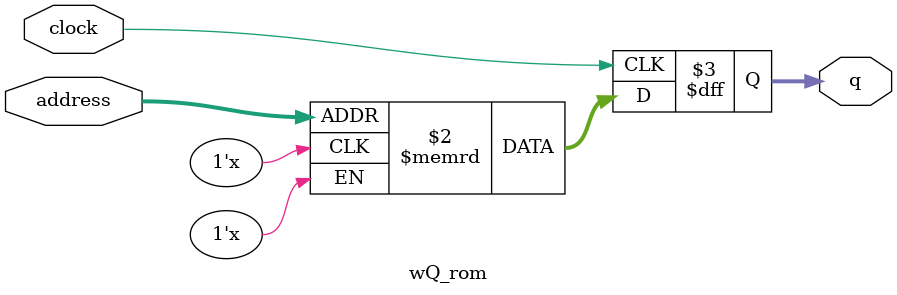
<source format=sv>
module wQ_rom (
	input logic clock,
	input logic [11:0] address,
	output logic [3:0] q
);

logic [3:0] memory [0:3599] /* synthesis ram_init_file = "./wQ/wQ.COE" */;

always_ff @ (posedge clock) begin
	q <= memory[address];
end

endmodule

</source>
